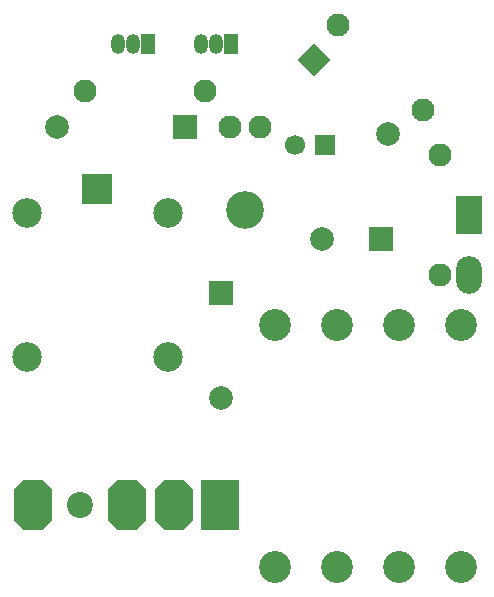
<source format=gbs>
G04*
G04 #@! TF.GenerationSoftware,Altium Limited,Altium Designer,22.1.2 (22)*
G04*
G04 Layer_Color=16711935*
%FSLAX42Y42*%
%MOMM*%
G71*
G04*
G04 #@! TF.SameCoordinates,F51AAEFD-159C-468E-B04C-332DD14EA327*
G04*
G04*
G04 #@! TF.FilePolarity,Negative*
G04*
G01*
G75*
%ADD23C,2.50*%
%ADD24C,2.00*%
%ADD25R,2.00X2.00*%
%ADD28R,2.00X2.00*%
%ADD30P,2.83X4X360.0*%
%ADD31R,2.50X2.50*%
%ADD37O,2.20X3.20*%
%ADD38R,2.20X3.20*%
%ADD39C,2.70*%
%ADD40C,1.95*%
%ADD41O,1.20X1.70*%
%ADD42C,1.70*%
G04:AMPARAMS|DCode=43|XSize=3.2mm|YSize=4.2mm|CornerRadius=0mm|HoleSize=0mm|Usage=FLASHONLY|Rotation=180.000|XOffset=0mm|YOffset=0mm|HoleType=Round|Shape=Octagon|*
%AMOCTAGOND43*
4,1,8,0.80,-2.10,-0.80,-2.10,-1.60,-1.30,-1.60,1.30,-0.80,2.10,0.80,2.10,1.60,1.30,1.60,-1.30,0.80,-2.10,0.0*
%
%ADD43OCTAGOND43*%

%ADD44C,2.20*%
%ADD45R,3.20X4.20*%
%ADD46R,1.70X1.70*%
%ADD47R,1.20X1.70*%
%ADD48C,3.20*%
D23*
X1500Y3170D02*
D03*
Y1950D02*
D03*
X300D02*
D03*
Y3170D02*
D03*
D24*
X556Y3900D02*
D03*
X3364Y3836D02*
D03*
X2800Y2950D02*
D03*
X1950Y1606D02*
D03*
D25*
X1644Y3900D02*
D03*
X3300Y2950D02*
D03*
D28*
X1950Y2494D02*
D03*
D30*
X2736Y4464D02*
D03*
D31*
X900Y3370D02*
D03*
D37*
X4050Y2646D02*
D03*
D38*
Y3150D02*
D03*
D39*
X3450Y175D02*
D03*
Y2225D02*
D03*
X2400Y175D02*
D03*
Y2225D02*
D03*
X3975D02*
D03*
Y175D02*
D03*
X2925Y2225D02*
D03*
Y175D02*
D03*
D40*
X2023Y3900D02*
D03*
X3800Y3658D02*
D03*
X1808Y4200D02*
D03*
X3800Y2642D02*
D03*
X792Y4200D02*
D03*
X2941Y4759D02*
D03*
X3659Y4041D02*
D03*
X2277Y3900D02*
D03*
D41*
X1773Y4600D02*
D03*
X1200D02*
D03*
X1073D02*
D03*
X1900D02*
D03*
D42*
X2573Y3750D02*
D03*
D43*
X358Y700D02*
D03*
X1150D02*
D03*
X1546D02*
D03*
D44*
X754D02*
D03*
D45*
X1942D02*
D03*
D46*
X2827Y3750D02*
D03*
D47*
X1327Y4600D02*
D03*
X2027D02*
D03*
D48*
X2150Y3200D02*
D03*
M02*

</source>
